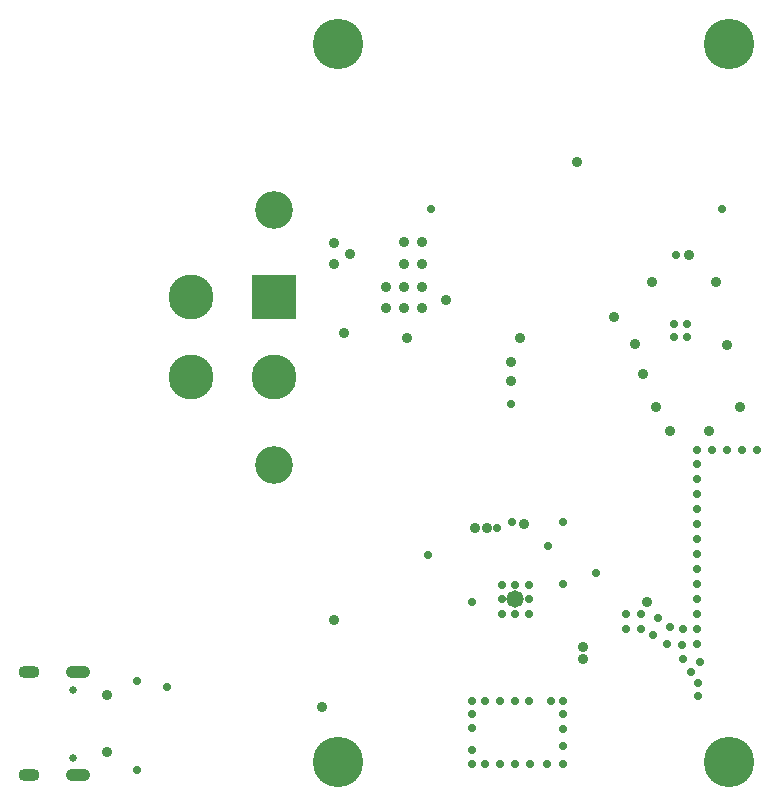
<source format=gbs>
%FSTAX23Y23*%
%MOIN*%
%SFA1B1*%

%IPPOS*%
%AMD59*
4,1,8,0.035400,0.000000,0.035400,0.000000,0.015700,0.019700,-0.015700,0.019700,-0.035400,0.000000,-0.035400,0.000000,-0.015700,-0.019700,0.015700,-0.019700,0.035400,0.000000,0.0*
1,1,0.039370,0.015700,0.000000*
1,1,0.039370,0.015700,0.000000*
1,1,0.039370,-0.015700,0.000000*
1,1,0.039370,-0.015700,0.000000*
%
%AMD60*
4,1,8,0.041300,0.000000,0.041300,0.000000,0.021700,0.019700,-0.021700,0.019700,-0.041300,0.000000,-0.041300,0.000000,-0.021700,-0.019700,0.021700,-0.019700,0.041300,0.000000,0.0*
1,1,0.039370,0.021700,0.000000*
1,1,0.039370,0.021700,0.000000*
1,1,0.039370,-0.021700,0.000000*
1,1,0.039370,-0.021700,0.000000*
%
G04~CAMADD=59~8~0.0~0.0~393.7~708.7~196.9~0.0~15~0.0~0.0~0.0~0.0~0~0.0~0.0~0.0~0.0~0~0.0~0.0~0.0~270.0~707.0~393.0*
%ADD59D59*%
G04~CAMADD=60~8~0.0~0.0~393.7~826.8~196.9~0.0~15~0.0~0.0~0.0~0.0~0~0.0~0.0~0.0~0.0~0~0.0~0.0~0.0~270.0~828.0~394.0*
%ADD60D60*%
%ADD61C,0.025591*%
%ADD63C,0.028000*%
%ADD87C,0.125716*%
%ADD88C,0.149968*%
%ADD89R,0.149968X0.149968*%
%ADD90C,0.036000*%
%ADD91C,0.168000*%
%ADD92C,0.058000*%
%ADD93C,0.027685*%
%LNpcb-1*%
%LPD*%
G54D59*
X00139Y00395D03*
Y00054D03*
G54D60*
X00303Y00395D03*
Y00054D03*
G54D61*
X00284Y00338D03*
Y00111D03*
G54D63*
X0148Y0194D03*
X006Y00345D03*
X005Y00365D03*
X02365Y01135D03*
X02415D03*
X02565D03*
X02515D03*
X02465D03*
X0237Y00315D03*
Y0036D03*
X02345Y00395D03*
X0232Y0044D03*
X02315Y00485D03*
X02265Y0049D03*
X0222Y0052D03*
X0218Y0054D03*
X0213D03*
Y0059D03*
X0218D03*
X02235Y00575D03*
X02275Y00545D03*
X0232Y0054D03*
X02365Y0049D03*
Y0054D03*
Y0059D03*
Y0064D03*
Y0069D03*
Y0074D03*
Y0079D03*
Y0084D03*
Y0089D03*
Y0094D03*
Y0099D03*
Y0104D03*
Y0109D03*
X02375Y0043D03*
X0203Y00725D03*
X0175Y00895D03*
X0245Y0194D03*
X0192Y00895D03*
Y0069D03*
X017Y00875D03*
X0147Y00785D03*
X01615Y00629D03*
X0187Y00815D03*
X02295Y01785D03*
X01615Y00135D03*
Y003D03*
Y00255D03*
Y0021D03*
X0192Y0015D03*
X01615Y0009D03*
X0166D03*
X0171D03*
X0176D03*
X0181D03*
X01865D03*
X0192D03*
Y00205D03*
Y00255D03*
Y003D03*
X01877D03*
X0166D03*
X01805D03*
X0171D03*
X0176D03*
X01805Y0059D03*
X01715Y0059D03*
X0176D03*
X01715Y0064D03*
X005Y0007D03*
X01745Y0129D03*
X01715Y00685D03*
X01805Y0064D03*
Y00685D03*
X0176D03*
G54D87*
X00955Y01937D03*
Y01087D03*
G54D88*
X0068Y01645D03*
Y0138D03*
X00955D03*
G54D89*
X00955Y01645D03*
G54D90*
X01115Y0028D03*
X02275Y012D03*
X02405D03*
X022Y0063D03*
X02428Y01695D03*
X01985Y0044D03*
Y0048D03*
X01745Y01365D03*
Y0143D03*
X01665Y00875D03*
X01625D03*
X01155Y0057D03*
X0179Y0089D03*
X02185Y0139D03*
X0234Y01785D03*
X01155Y01755D03*
X0251Y0128D03*
X0223D03*
X0216Y0149D03*
X02088Y01581D03*
X02215Y01695D03*
X02465Y01485D03*
X01965Y02095D03*
X01775Y0151D03*
X0153Y01635D03*
X0133Y0161D03*
X0145Y0183D03*
Y01755D03*
Y0168D03*
Y0161D03*
X0139D03*
X0133Y0168D03*
X0139D03*
Y01755D03*
Y0183D03*
X01207Y01789D03*
X0119Y01525D03*
X01155Y01825D03*
X014Y0151D03*
X004Y0032D03*
Y0013D03*
G54D91*
X02473Y00098D03*
X02473Y0249D03*
X0117Y00098D03*
Y0249D03*
G54D92*
X0176Y0064D03*
G54D93*
X02331Y01513D03*
X02288D03*
Y01556D03*
X02331D03*
M02*
</source>
